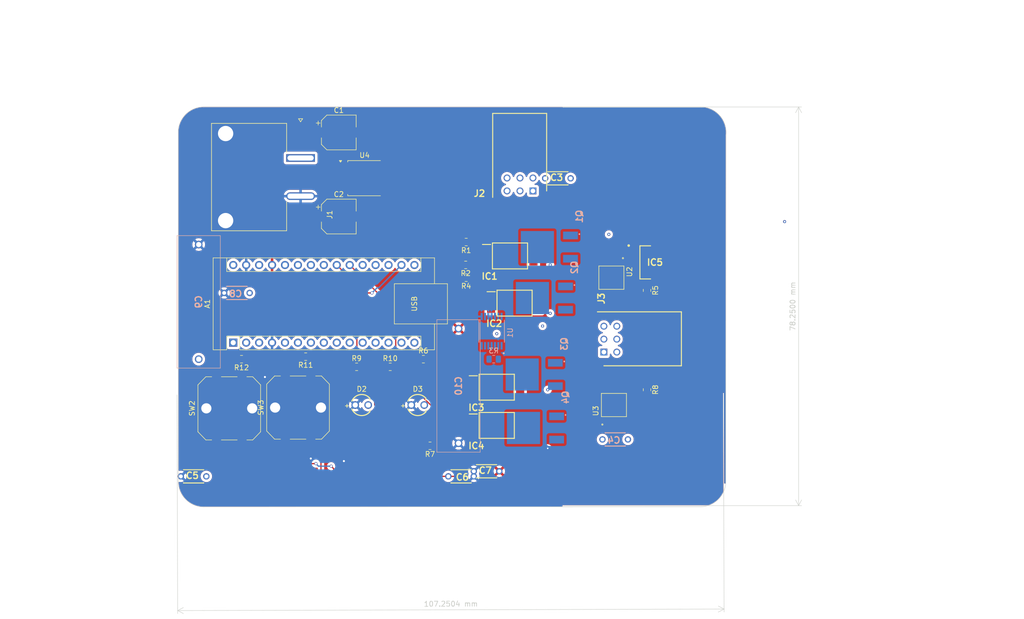
<source format=kicad_pcb>
(kicad_pcb (version 20240108) (generator "pcbnew") (generator_version "8.0")
  (title_block (date "sam. 04 avril 2015"))
  (layers (0 "F.Cu" signal) (31 "B.Cu" signal) (34 "B.Paste" user) (35 "F.Paste" user) (36 "B.SilkS" user "B.Silkscreen") (37 "F.SilkS" user "F.Silkscreen") (38 "B.Mask" user) (39 "F.Mask" user) (44 "Edge.Cuts" user))
  (net 0 "")
  (net 1 "GND")
  (net 2 "+5V")
  (net 7 "/SW_CH2")
  (net 8 "/CH1_EN_2")
  (net 10 "/SDA")
  (net 13 "/SCLK")
  (net 14 "Net-(A1-A3)")
  (net 19 "/SW_CH1")
  (net 20 "/CH2_EN_2")
  (net 22 "+3.3V")
  (net 23 "Net-(A1-A2)")
  (net 24 "/CH1_EN_1")
  (net 26 "Net-(A1-VIN)")
  (net 29 "/CH2_EN_1")
  (net 30 "Net-(U4-VI)")
  (net 31 "Net-(Q1-D)")
  (net 32 "Net-(Q1-G)")
  (net 33 "Net-(Q3-D)")
  (net 34 "Net-(Q3-G)")
  (net 35 "Net-(D2-A)")
  (net 36 "Net-(D3-A)")
  (net 37 "/CH1P_OUT")
  (net 38 "Net-(IC1-A)")
  (net 39 "/CH1P_IN")
  (net 40 "Net-(IC2-A)")
  (net 41 "/CH1N_OUT")
  (net 42 "/CH1N_IN")
  (net 43 "/CH2P_IN")
  (net 44 "/CH2P_OUT")
  (net 45 "Net-(IC3-A)")
  (net 46 "Net-(IC4-A)")
  (net 47 "/CH2N_OUT")
  (net 48 "/CH2N_IN")
  (net 49 "Net-(U1-A1)")
  (net 50 "Net-(U1-A3)")
  (net 51 "/V_REF2")
  (net 53 "/V_REF1")
  (net 59 "Net-(IC5-INPUT)")
  (footprint "EMS_lib:SOIC254P695X242-4N" (layer "F.Cu") (at 176.5 105 90)
    (property "Reference" "U3" (at -1.143945 -3.558985 90) (layer "F.SilkS") (effects (font (size 1.000843 1.000843))))
    (property "Value" "VOM1271T")
    (pad "1" smd rect (at -3.205 -1.27 90) (size 1.5 0.6) (layers "F.Cu" "F.Paste" "F.Mask") (net 51 "/V_REF2"))
    (pad "2" smd rect (at -3.205 1.27 90) (size 1.5 0.6) (layers "F.Cu" "F.Paste" "F.Mask") (net 1 "GND"))
    (pad "3" smd rect (at 3.205 1.27 90) (size 1.5 0.6) (layers "F.Cu" "F.Paste" "F.Mask") (net 33 "Net-(Q3-D)"))
    (pad "4" smd rect (at 3.205 -1.27 90) (size 1.5 0.6) (layers "F.Cu" "F.Paste" "F.Mask") (net 34 "Net-(Q3-G)"))
  )
  (footprint "EMS_lib:5-103166-1" (layer "F.Cu") (at 160.604 62.9725)
    (property "Reference" "J2" (at -10.5 0.5 0) (layer "F.SilkS") (effects (font (size 1.27 1.27) (thickness 0.254))))
    (property "Value" "5-103166-1" (hide yes))
    (pad "1" thru_hole rect (at 0 0) (size 1.35 1.35) (drill 0.9) (layers "*.Cu" "*.Mask") (net 39 "/CH1P_IN"))
    (pad "2" thru_hole circle (at 0 -2.54) (size 1.35 1.35) (drill 0.9) (layers "*.Cu" "*.Mask") (net 42 "/CH1N_IN"))
    (pad "3" thru_hole circle (at -2.54 0) (size 1.35 1.35) (drill 0.9) (layers "*.Cu" "*.Mask"))
    (pad "4" thru_hole circle (at -2.54 -2.54) (size 1.35 1.35) (drill 0.9) (layers "*.Cu" "*.Mask"))
    (pad "5" thru_hole circle (at -5.08 0) (size 1.35 1.35) (drill 0.9) (layers "*.Cu" "*.Mask") (net 43 "/CH2P_IN"))
    (pad "6" thru_hole circle (at -5.08 -2.54) (size 1.35 1.35) (drill 0.9) (layers "*.Cu" "*.Mask") (net 48 "/CH2N_IN"))
  )
  (footprint "EMS_lib:K104K15X7RF53H5" (layer "F.Cu") (at 165.5 60.5)
    (property "Reference" "C3" (at -0.245 -0.159 0) (layer "F.SilkS") (effects (font (size 1.27 1.27) (thickness 0.254))))
    (property "Value" "100n" (hide yes))
    (pad "1" thru_hole circle (at -2.5 0) (size 1.25 1.25) (drill 0.75) (layers "*.Cu" "*.Mask") (net 32 "Net-(Q1-G)"))
    (pad "2" thru_hole circle (at 2.5 0) (size 1.25 1.25) (drill 0.75) (layers "*.Cu" "*.Mask") (net 31 "Net-(Q1-D)"))
  )
  (footprint "EMS_lib:MOLEX_1720430202" (layer "F.Cu") (at 115 56.51 90)
    (property "Reference" "J1" (at -11.12 5.715 90) (layer "F.SilkS"))
    (property "Value" "1720430202")
    (pad "" np_thru_hole circle (at -12.29 -14.715 90) (size 3 3) (drill 3) (layers "*.Cu" "*.Mask"))
    (pad "" np_thru_hole circle (at 4.8 -14.715 90) (size 3 3) (drill 3) (layers "*.Cu" "*.Mask"))
    (pad "1" thru_hole rect (at 0 0 90) (size 1.5 5.65) (drill oval 1 5.15) (layers "*.Cu" "*.Mask") (net 59 "Net-(IC5-INPUT)"))
    (pad "2" thru_hole oval (at -7.49 0 90) (size 1.5 5.65) (drill oval 1 5.15) (layers "*.Cu" "*.Mask") (net 1 "GND"))
  )
  (footprint "EMS_lib:SOIC254P695X242-4N" (layer "F.Cu") (at 176 80 -90)
    (property "Reference" "U2" (at -1.143945 -3.558985 90) (layer "F.SilkS") (effects (font (size 1.000843 1.000843))))
    (property "Value" "VOM1271T")
    (pad "1" smd rect (at -3.205 -1.27 270) (size 1.5 0.6) (layers "F.Cu" "F.Paste" "F.Mask") (net 53 "/V_REF1"))
    (pad "2" smd rect (at -3.205 1.27 270) (size 1.5 0.6) (layers "F.Cu" "F.Paste" "F.Mask") (net 1 "GND"))
    (pad "3" smd rect (at 3.205 1.27 270) (size 1.5 0.6) (layers "F.Cu" "F.Paste" "F.Mask") (net 31 "Net-(Q1-D)"))
    (pad "4" smd rect (at 3.205 -1.27 270) (size 1.5 0.6) (layers "F.Cu" "F.Paste" "F.Mask") (net 32 "Net-(Q1-G)"))
  )
  (footprint "Capacitor_SMD:CP_Elec_6.3x3" (layer "F.Cu") (at 122.5 51.5)
    (property "Reference" "C1" (at 0 -4.35 0) (layer "F.SilkS"))
    (property "Value" ".01u")
    (pad "1" smd roundrect (at -2.7 0) (size 3.5 1.6) (layers "F.Cu" "F.Paste" "F.Mask") (roundrect_rratio 0.15625) (net 59 "Net-(IC5-INPUT)"))
    (pad "2" smd roundrect (at 2.7 0) (size 3.5 1.6) (layers "F.Cu" "F.Paste" "F.Mask") (roundrect_rratio 0.15625) (net 1 "GND"))
  )
  (footprint "Capacitor_SMD:CP_Elec_6.3x3" (layer "F.Cu") (at 122.5 68)
    (property "Reference" "C2" (at 0 -4.35 0) (layer "F.SilkS"))
    (property "Value" ".01u")
    (pad "1" smd roundrect (at -2.7 0) (size 3.5 1.6) (layers "F.Cu" "F.Paste" "F.Mask") (roundrect_rratio 0.15625) (net 26 "Net-(A1-VIN)"))
    (pad "2" smd roundrect (at 2.7 0) (size 3.5 1.6) (layers "F.Cu" "F.Paste" "F.Mask") (roundrect_rratio 0.15625) (net 1 "GND"))
  )
  (footprint "Resistor_SMD:R_0805_2012Metric" (layer "F.Cu") (at 147.405 77.5 180)
    (property "Reference" "R2" (at 0 -1.65 180) (layer "F.SilkS"))
    (property "Value" "220")
    (pad "1" smd roundrect (at -0.9125 0 180) (size 1.025 1.4) (layers "F.Cu" "F.Paste" "F.Mask") (roundrect_rratio 0.243902) (net 40 "Net-(IC2-A)"))
    (pad "2" smd roundrect (at 0.9125 0 180) (size 1.025 1.4) (layers "F.Cu" "F.Paste" "F.Mask") (roundrect_rratio 0.243902) (net 8 "/CH1_EN_2"))
  )
  (footprint "EMS_lib:K104K15X7RF53H5" (layer "F.Cu") (at 94 119)
    (property "Reference" "C5" (at -0.245 -0.159 0) (layer "F.SilkS") (effects (font (size 1.27 1.27) (thickness 0.254))))
    (property "Value" "100n" (hide yes))
    (pad "1" thru_hole circle (at -2.5 0) (size 1.25 1.25) (drill 0.75) (layers "*.Cu" "*.Mask") (net 1 "GND"))
    (pad "2" thru_hole circle (at 2.5 0) (size 1.25 1.25) (drill 0.75) (layers "*.Cu" "*.Mask") (net 7 "/SW_CH2"))
  )
  (footprint "EMS_lib:WL-TMRC_3MM" (layer "F.Cu") (at 138 105)
    (property "Reference" "D3" (at 0 -3.135 0) (layer "F.SilkS"))
    (property "Value" "LED")
    (fp_text user "+" (at -2.9 0.1 0) (layer "F.SilkS") (effects (font (size 0.8 0.8))))
    (pad "1" thru_hole circle (at -1.27 0) (size 1.508 1.508) (drill 1) (layers "*.Cu" "*.Mask") (net 1 "GND"))
    (pad "2" thru_hole circle (at 1.27 0) (size 1.508 1.508) (drill 1) (layers "*.Cu" "*.Mask") (net 36 "Net-(D3-A)"))
  )
  (footprint "Resistor_SMD:R_0805_2012Metric" (layer "F.Cu") (at 147.5 80 180)
    (property "Reference" "R4" (at 0 -1.65 180) (layer "F.SilkS"))
    (property "Value" "1K")
    (pad "1" smd roundrect (at -0.9125 0 180) (size 1.025 1.4) (layers "F.Cu" "F.Paste" "F.Mask") (roundrect_rratio 0.243902) (net 2 "+5V"))
    (pad "2" smd roundrect (at 0.9125 0 180) (size 1.025 1.4) (layers "F.Cu" "F.Paste" "F.Mask") (roundrect_rratio 0.243902) (net 50 "Net-(U1-A3)"))
  )
  (footprint "Resistor_SMD:R_0805_2012Metric" (layer "F.Cu") (at 183 102 -90)
    (property "Reference" "R8" (at 0 -1.65 -90) (layer "F.SilkS"))
    (property "Value" "1.5M")
    (pad "1" smd roundrect (at -0.9125 0 270) (size 1.025 1.4) (layers "F.Cu" "F.Paste" "F.Mask") (roundrect_rratio 0.243902) (net 34 "Net-(Q3-G)"))
    (pad "2" smd roundrect (at 0.9125 0 270) (size 1.025 1.4) (layers "F.Cu" "F.Paste" "F.Mask") (roundrect_rratio 0.243902) (net 33 "Net-(Q3-D)"))
  )
  (footprint "Resistor_SMD:R_0805_2012Metric" (layer "F.Cu") (at 183 82.5 -90)
    (property "Reference" "R5" (at 0 -1.65 -90) (layer "F.SilkS"))
    (property "Value" "1.5M")
    (pad "1" smd roundrect (at -0.9125 0 270) (size 1.025 1.4) (layers "F.Cu" "F.Paste" "F.Mask") (roundrect_rratio 0.243902) (net 32 "Net-(Q1-G)"))
    (pad "2" smd roundrect (at 0.9125 0 270) (size 1.025 1.4) (layers "F.Cu" "F.Paste" "F.Mask") (roundrect_rratio 0.243902) (net 31 "Net-(Q1-D)"))
  )
  (footprint "Resistor_SMD:R_0805_2012Metric" (layer "F.Cu") (at 140.405 113 180)
    (property "Reference" "R7" (at 0 -1.65 180) (layer "F.SilkS"))
    (property "Value" "220")
    (pad "1" smd roundrect (at -0.9125 0 180) (size 1.025 1.4) (layers "F.Cu" "F.Paste" "F.Mask") (roundrect_rratio 0.243902) (net 46 "Net-(IC4-A)"))
    (pad "2" smd roundrect (at 0.9125 0 180) (size 1.025 1.4) (layers "F.Cu" "F.Paste" "F.Mask") (roundrect_rratio 0.243902) (net 20 "/CH2_EN_2"))
  )
  (footprint "Button_Switch_SMD:SW_Push_1P1T_NO_CK_PTS125Sx43PSMTR" (layer "F.Cu") (at 114.5 105.5 90)
    (property "Reference" "SW3" (at 0 -7.3 90) (layer "F.SilkS"))
    (property "Value" "SW_Push")
    (pad "" np_thru_hole circle (at 0 -4.5 90) (size 2 2) (drill 2) (layers "*.Cu" "*.Mask"))
    (pad "" np_thru_hole circle (at 0 4.5 90) (size 2 2) (drill 2) (layers "*.Cu" "*.Mask"))
    (pad "1" smd rect (at -7.15 -2.5 90) (size 2 1.5) (layers "F.Cu" "F.Paste" "F.Mask") (net 1 "GND"))
    (pad "1" smd rect (at 7.15 -2.5 90) (size 2 1.5) (layers "F.Cu" "F.Paste" "F.Mask") (net 1 "GND"))
    (pad "2" smd rect (at -7.15 2.5 90) (size 2 1.5) (layers "F.Cu" "F.Paste" "F.Mask") (net 7 "/SW_CH2"))
    (pad "2" smd rect (at 7.15 2.5 90) (size 2 1.5) (layers "F.Cu" "F.Paste" "F.Mask") (net 7 "/SW_CH2"))
  )
  (footprint "Resistor_SMD:R_0805_2012Metric" (layer "F.Cu") (at 126 97.5)
    (property "Reference" "R9" (at 0 -1.65 0) (layer "F.SilkS"))
    (property "Value" "1K")
    (pad "1" smd roundrect (at -0.9125 0) (size 1.025 1.4) (layers "F.Cu" "F.Paste" "F.Mask") (roundrect_rratio 0.243902) (net 35 "Net-(D2-A)"))
    (pad "2" smd roundrect (at 0.9125 0) (size 1.025 1.4) (layers "F.Cu" "F.Paste" "F.Mask") (roundrect_rratio 0.243902) (net 14 "Net-(A1-A3)"))
  )
  (footprint "Resistor_SMD:R_0805_2012Metric" (layer "F.Cu") (at 139.1 96)
    (property "Reference" "R6" (at 0 -1.65 0) (layer "F.SilkS"))
    (property "Value" "220")
    (pad "1" smd roundrect (at -0.9125 0) (size 1.025 1.4) (layers "F.Cu" "F.Paste" "F.Mask") (roundrect_rratio 0.243902) (net 45 "Net-(IC3-A)"))
    (pad "2" smd roundrect (at 0.9125 0) (size 1.025 1.4) (layers "F.Cu" "F.Paste" "F.Mask") (roundrect_rratio 0.243902) (net 29 "/CH2_EN_1"))
  )
  (footprint "Button_Switch_SMD:SW_Push_1P1T_NO_CK_PTS125Sx43PSMTR" (layer "F.Cu") (at 101 105.65 90)
    (property "Reference" "SW2" (at 0 -7.3 90) (layer "F.SilkS"))
    (property "Value" "SW_Push")
    (pad "" np_thru_hole circle (at 0 -4.5 90) (size 2 2) (drill 2) (layers "*.Cu" "*.Mask"))
    (pad "" np_thru_hole circle (at 0 4.5 90) (size 2 2) (drill 2) (layers "*.Cu" "*.Mask"))
    (pad "1" smd rect (at -7.15 -2.5 90) (size 2 1.5) (layers "F.Cu" "F.Paste" "F.Mask") (net 1 "GND"))
    (pad "1" smd rect (at 7.15 -2.5 90) (size 2 1.5) (layers "F.Cu" "F.Paste" "F.Mask") (net 1 "GND"))
    (pad "2" smd rect (at -7.15 2.5 90) (size 2 1.5) (layers "F.Cu" "F.Paste" "F.Mask") (net 19 "/SW_CH1"))
    (pad "2" smd rect (at 7.15 2.5 90) (size 2 1.5) (layers "F.Cu" "F.Paste" "F.Mask") (net 19 "/SW_CH1"))
  )
  (footprint "Module:Arduino_Nano" (layer "F.Cu") (at 101.78 92.755 90)
    (property "Reference" "A1" (at 7.62 -5.08 90) (layer "F.SilkS"))
    (property "Value" "Arduino_Nano_v3.x")
    (fp_text user "USB" (at 7.62 35.56 90) (layer "F.SilkS"))
    (pad "1" thru_hole rect (at 0 0 90) (size 1.6 1.6) (drill 1) (layers "*.Cu" "*.Mask"))
    (pad "2" thru_hole oval (at 0 2.54 90) (size 1.6 1.6) (drill 1) (layers "*.Cu" "*.Mask"))
    (pad "3" thru_hole oval (at 0 5.08 90) (size 1.6 1.6) (drill 1) (layers "*.Cu" "*.Mask"))
    (pad "4" thru_hole oval (at 0 7.62 90) (size 1.6 1.6) (drill 1) (layers "*.Cu" "*.Mask") (net 1 "GND"))
    (pad "5" thru_hole oval (at 0 10.16 90) (size 1.6 1.6) (drill 1) (layers "*.Cu" "*.Mask"))
    (pad "6" thru_hole oval (at 0 12.7 90) (size 1.6 1.6) (drill 1) (layers "*.Cu" "*.Mask"))
    (pad "7" thru_hole oval (at 0 15.24 90) (size 1.6 1.6) (drill 1) (layers "*.Cu" "*.Mask") (net 24 "/CH1_EN_1"))
    (pad "8" thru_hole oval (at 0 17.78 90) (size 1.6 1.6) (drill 1) (layers "*.Cu" "*.Mask") (net 8 "/CH1_EN_2"))
    (pad "9" thru_hole oval (at 0 20.32 90) (size 1.6 1.6) (drill 1) (layers "*.Cu" "*.Mask") (net 29 "/CH2_EN_1"))
    (pad "10" thru_hole oval (at 0 22.86 90) (size 1.6 1.6) (drill 1) (layers "*.Cu" "*.Mask") (net 20 "/CH2_EN_2"))
    (pad "11" thru_hole oval (at 0 25.4 90) (size 1.6 1.6) (drill 1) (layers "*.Cu" "*.Mask") (net 19 "/SW_CH1"))
    (pad "12" thru_hole oval (at 0 27.94 90) (size 1.6 1.6) (drill 1) (layers "*.Cu" "*.Mask") (net 7 "/SW_CH2"))
    (pad "13" thru_hole oval (at 0 30.48 90) (size 1.6 1.6) (drill 1) (layers "*.Cu" "*.Mask"))
    (pad "14" thru_hole oval (at 0 33.02 90) (size 1.6 1.6) (drill 1) (layers "*.Cu" "*.Mask"))
    (pad "15" thru_hole oval (at 0 35.56 90) (size 1.6 1.6) (drill 1) (layers "*.Cu" "*.Mask"))
    (pad "16" thru_hole oval (at 15.24 35.56 90) (size 1.6 1.6) (drill 1) (layers "*.Cu" "*.Mask"))
    (pad "17" thru_hole oval (at 15.24 33.02 90) (size 1.6 1.6) (drill 1) (layers "*.Cu" "*.Mask") (net 22 "+3.3V"))
    (pad "18" thru_hole oval (at 15.24 30.48 90) (size 1.6 1.6) (drill 1) (layers "*.Cu" "*.Mask"))
    (pad "19" thru_hole oval (at 15.24 27.94 90) (size 1.6 1.6) (drill 1) (layers "*.Cu" "*.Mask"))
    (pad "20" thru_hole oval (at 15.24 25.4 90) (size 1.6 1.6) (drill 1) (layers "*.Cu" "*.Mask"))
    (pad "21" thru_hole oval (at 15.24 22.86 90) (size 1.6 1.6) (drill 1) (layers "*.Cu" "*.Mask") (net 23 "Net-(A1-A2)"))
    (pad "22" thru_hole oval (at 15.24 20.32 90) (size 1.6 1.6) (drill 1) (layers "*.Cu" "*.Mask") (net 14 "Net-(A1-A3)"))
    (pad "23" thru_hole oval (at 15.24 17.78 90) (size 1.6 1.6) (drill 1) (layers "*.Cu" "*.Mask") (net 10 "/SDA"))
    (pad "24" thru_hole oval (at 15.24 15.24 90) (size 1.6 1.6) (drill 1) (layers "*.Cu" "*.Mask") (net 13 "/SCLK"))
    (pad "25" thru_hole oval (at 15.24 12.7 90) (size 1.6 1.6) (drill 1) (layers "*.Cu" "*.Mask"))
    (pad "26" thru_hole oval (at 15.24 10.16 90) (size 1.6 1.6) (drill 1) (layers "*.Cu" "*.Mask"))
    (pad "27" thru_hole oval (at 15.24 7.62 90) (size 1.6 1.6) (drill 1) (layers "*.Cu" "*.Mask") (net 2 "+5V"))
    (pad "28" thru_hole oval (at 15.24 5.08 90) (size 1.6 1.6) (drill 1) (layers "*.Cu" "*.Mask"))
    (pad "29" thru_hole oval (at 15.24 2.54 90) (size 1.6 1.6) (drill 1) (layers "*.Cu" "*.Mask") (net 1 "GND"))
    (pad "30" thru_hole oval (at 15.24 0 90) (size 1.6 1.6) (drill 1) (layers "*.Cu" "*.Mask") (net 26 "Net-(A1-VIN)"))
  )
  (footprint "Resistor_SMD:R_0805_2012Metric" (layer "F.Cu") (at 103.405 96 180)
    (property "Reference" "R12" (at 0 -1.65 180) (layer "F.SilkS"))
    (property "Value" "1k")
    (pad "1" smd roundrect (at -0.9125 0 180) (size 1.025 1.4) (layers "F.Cu" "F.Paste" "F.Mask") (roundrect_rratio 0.243902) (net 19 "/SW_CH1"))
    (pad "2" smd roundrect (at 0.9125 0 180) (size 1.025 1.4) (layers "F.Cu" "F.Paste" "F.Mask") (roundrect_rratio 0.243902) (net 2 "+5V"))
  )
  (footprint "EMS_lib:5-103166-1" (layer "F.Cu") (at 174.5275 94.604 -90)
    (property "Reference" "J3" (at -10.5 0.5 90) (layer "F.SilkS") (effects (font (size 1.27 1.27) (thickness 0.254))))
    (property "Value" "5-103166-1" (hide yes))
    (pad "1" thru_hole rect (at 0 0 270) (size 1.35 1.35) (drill 0.9) (layers "*.Cu" "*.Mask") (net 37 "/CH1P_OUT"))
    (pad "2" thru_hole circle (at 0 -2.54 270) (size 1.35 1.35) (drill 0.9) (layers "*.Cu" "*.Mask") (net 41 "/CH1N_OUT"))
    (pad "3" thru_hole circle (at -2.54 0 270) (size 1.35 1.35) (drill 0.9) (layers "*.Cu" "*.Mask"))
    (pad "4" thru_hole circle (at -2.54 -2.54 270) (size 1.35 1.35) (drill 0.9) (layers "*.Cu" "*.Mask"))
    (pad "5" thru_hole circle (at -5.08 0 270) (size 1.35 1.35) (drill 0.9) (layers "*.Cu" "*.Mask") (net 44 "/CH2P_OUT"))
    (pad "6" thru_hole circle (at -5.08 -2.54 270) (size 1.35 1.35) (drill 0.9) (layers "*.Cu" "*.Mask") (net 47 "/CH2N_OUT"))
  )
  (footprint "EMS_lib:K104K15X7RF53H5" (layer "F.Cu") (at 146.5 119 180)
    (property "Reference" "C6" (at -0.245 -0.159 180) (layer "F.SilkS") (effects (font (size 1.27 1.27) (thickness 0.254))))
    (property "Value" "100n" (hide yes))
    (pad "1" thru_hole circle (at -2.5 0 180) (size 1.25 1.25) (drill 0.75) (layers "*.Cu" "*.Mask") (net 1 "GND"))
    (pad "2" thru_hole circle (at 2.5 0 180) (size 1.25 1.25) (drill 0.75) (layers "*.Cu" "*.Mask") (net 19 "/SW_CH1"))
  )
  (footprint "EMS_lib:SOP254P980X425-4N" (layer "F.Cu") (at 156.1 75.73)
    (property "Reference" "IC1" (at -4 4 0) (layer "F.SilkS") (effects (font (size 1.27 1.27) (thickness 0.254))))
    (property "Value" "LH1546ADF" (hide yes))
    (pad "1" smd rect (at -4.6 -1.27 90) (size 1.25 1.6) (layers "F.Cu" "F.Paste" "F.Mask") (net 38 "Net-(IC1-A)"))
    (pad "2" smd rect (at -4.6 1.27 90) (size 1.25 1.6) (layers "F.Cu" "F.Paste" "F.Mask") (net 1 "GND"))
    (pad "3" smd rect (at 4.6 1.27 90) (size 1.25 1.6) (layers "F.Cu" "F.Paste" "F.Mask") (net 39 "/CH1P_IN"))
    (pad "4" smd rect (at 4.6 -1.27 90) (size 1.25 1.6) (layers "F.Cu" "F.Paste" "F.Mask") (net 37 "/CH1P_OUT"))
  )
  (footprint "EMS_lib:SOP254P980X425-4N" (layer "F.Cu") (at 157 85)
    (property "Reference" "IC2" (at -4 4 0) (layer "F.SilkS") (effects (font (size 1.27 1.27) (thickness 0.254))))
    (property "Value" "LH1546ADF" (hide yes))
    (pad "1" smd rect (at -4.6 -1.27 90) (size 1.25 1.6) (layers "F.Cu" "F.Paste" "F.Mask") (net 40 "Net-(IC2-A)"))
    (pad "2" smd rect (at -4.6 1.27 90) (size 1.25 1.6) (layers "F.Cu" "F.Paste" "F.Mask") (net 1 "GND"))
    (pad "3" smd rect (at 4.6 1.27 90) (size 1.25 1.6) (layers "F.Cu" "F.Paste" "F.Mask") (net 41 "/CH1N_OUT"))
    (pad "4" smd rect (at 4.6 -1.27 90) (size 1.25 1.6) (layers "F.Cu" "F.Paste" "F.Mask") (net 42 "/CH1N_IN"))
  )
  (footprint "EMS_lib:SOP254P980X425-4N" (layer "F.Cu") (at 153.5 101.5)
    (property "Reference" "IC3" (at -4 4 0) (layer "F.SilkS") (effects (font (size 1.27 1.27) (thickness 0.254))))
    (property "Value" "LH1546ADF" (hide yes))
    (pad "1" smd rect (at -4.6 -1.27 90) (size 1.25 1.6) (layers "F.Cu" "F.Paste" "F.Mask") (net 45 "Net-(IC3-A)"))
    (pad "2" smd rect (at -4.6 1.27 90) (size 1.25 1.6) (layers "F.Cu" "F.Paste" "F.Mask") (net 1 "GND"))
    (pad "3" smd rect (at 4.6 1.27 90) (size 1.25 1.6) (layers "F.Cu" "F.Paste" "F.Mask") (net 43 "/CH2P_IN"))
    (pad "4" smd rect (at 4.6 -1.27 90) (size 1.25 1.6) (layers "F.Cu" "F.Paste" "F.Mask") (net 44 "/CH2P_OUT"))
  )
  (footprint "EMS_lib:SOP254P980X425-4N" (layer "F.Cu") (at 153.5 109)
    (property "Reference" "IC4" (at -4 4 0) (layer "F.SilkS") (effects (font (size 1.27 1.27) (thickness 0.254))))
    (property "Value" "LH1546ADF" (hide yes))
    (pad "1" smd rect (at -4.6 -1.27 90) (size 1.25 1.6) (layers "F.Cu" "F.Paste" "F.Mask") (net 46 "Net-(IC4-A)"))
    (pad "2" smd rect (at -4.6 1.27 90) (size 1.25 1.6) (layers "F.Cu" "F.Paste" "F.Mask") (net 1 "GND"))
    (pad "3" smd rect (at 4.6 1.27 90) (size 1.25 1.6) (layers "F.Cu" "F.Paste" "F.Mask") (net 47 "/CH2N_OUT"))
    (pad "4" smd rect (at 4.6 -1.27 90) (size 1.25 1.6) (layers "F.Cu" "F.Paste" "F.Mask") (net 48 "/CH2N_IN"))
  )
  (footprint "Resistor_SMD:R_0805_2012Metric" (layer "F.Cu") (at 132.595 97.5)
    (property "Reference" "R10" (at 0 -1.65 0) (layer "F.SilkS"))
    (property "Value" "1K")
    (pad "1" smd roundrect (at -0.9125 0) (size 1.025 1.4) (layers "F.Cu" "F.Paste" "F.Mask") (roundrect_rratio 0.243902) (net 36 "Net-(D3-A)"))
    (pad "2" smd roundrect (at 0.9125 0) (size 1.025 1.4) (layers "F.Cu" "F.Paste" "F.Mask") (roundrect_rratio 0.243902) (net 23 "Net-(A1-A2)"))
  )
  (footprint "EMS_lib:WL-TMRC_3MM" (layer "F.Cu") (at 127 105)
    (property "Reference" "D2" (at 0 -3.135 0) (layer "F.SilkS"))
    (property "Value" "LED")
    (fp_text user "+" (at -2.9 0.1 0) (layer "F.SilkS") (effects (font (size 0.8 0.8))))
    (pad "1" thru_hole circle (at -1.27 0) (size 1.508 1.508) (drill 1) (layers "*.Cu" "*.Mask") (net 1 "GND"))
    (pad "2" thru_hole circle (at 1.27 0) (size 1.508 1.508) (drill 1) (layers "*.Cu" "*.Mask") (net 35 "Net-(D2-A)"))
  )
  (footprint "EMS_lib:TO228P972X240-3N" (layer "F.Cu") (at 184.55 77)
    (property "Reference" "IC5" (at 0 0 0) (layer "F.SilkS") (effects (font (size 1.27 1.27) (thickness 0.254))))
    (property "Value" "KF33BDT-TR" (hide yes))
    (pad "1" smd rect (at -4.35 -2.28 90) (size 1 2.1) (layers "F.Cu" "F.Paste" "F.Mask") (net 59 "Net-(IC5-INPUT)"))
    (pad "3" smd rect (at -4.35 2.28 90) (size 1 2.1) (layers "F.Cu" "F.Paste" "F.Mask") (net 26 "Net-(A1-VIN)"))
    (pad "4" smd rect (at 2.45 0 90) (size 4.9 5.85) (layers "F.Cu" "F.Paste" "F.Mask") (net 1 "GND"))
  )
  (footprint "Resistor_SMD:R_0805_2012Metric" (layer "F.Cu") (at 116 95.5 180)
    (property "Reference" "R11" (at 0 -1.65 180) (layer "F.SilkS"))
    (property "Value" "1k")
    (pad "1" smd roundrect (at -0.9125 0 180) (size 1.025 1.4) (layers "F.Cu" "F.Paste" "F.Mask") (roundrect_rratio 0.243902) (net 7 "/SW_CH2"))
    (pad "2" smd roundrect (at 0.9125 0 180) (size 1.025 1.4) (layers "F.Cu" "F.Paste" "F.Mask") (roundrect_rratio 0.243902) (net 2 "+5V"))
  )
  (footprint "EMS_lib:K104K15X7RF53H5" (layer "F.Cu") (at 151.5 118)
    (property "Reference" "C7" (at -0.245 -0.159 0) (layer "F.SilkS") (effects (font (size 1.27 1.27) (thickness 0.254))))
    (property "Value" "100n" (hide yes))
    (pad "1" thru_hole circle (at -2.5 0) (size 1.25 1.25) (drill 0.75) (layers "*.Cu" "*.Mask") (net 1 "GND"))
    (pad "2" thru_hole circle (at 2.5 0) (size 1.25 1.25) (drill 0.75) (layers "*.Cu" "*.Mask") (net 2 "+5V"))
  )
  (footprint "Package_TO_SOT_SMD:TO-252-2" (layer "F.Cu") (at 127.565 60.475)
    (property "Reference" "U4" (at 0 -4.5 0) (layer "F.SilkS"))
    (property "Value" "KF80BDT")
    (pad "1" smd roundrect (at -5.04 -2.28) (size 2.2 1.2) (layers "F.Cu" "F.Paste" "F.Mask") (roundrect_rratio 0.208333) (net 30 "Net-(U4-VI)"))
    (pad "2" smd roundrect (at -0.415 -1.525) (size 3.05 2.75) (layers "F.Cu" "F.Paste") (roundrect_rratio 0.090909) (net 1 "GND"))
    (pad "2" smd roundrect (at -0.415 1.525) (size 3.05 2.75) (layers "F.Cu" "F.Paste") (roundrect_rratio 0.090909) (net 1 "GND"))
    (pad "2" smd roundrect (at 1.26 0) (size 6.4 5.8) (layers "F.Cu" "F.Mask") (roundrect_rratio 0.043103) (net 1 "GND"))
    (pad "2" smd roundrect (at 2.935 -1.525) (size 3.05 2.75) (layers "F.Cu" "F.Paste") (roundrect_rratio 0.090909) (net 1 "GND"))
    (pad "2" smd roundrect (at 2.935 1.525) (size 3.05 2.75) (layers "F.Cu" "F.Paste") (roundrect_rratio 0.090909) (net 1 "GND"))
    (pad "3" smd roundrect (at -5.04 2.28) (size 2.2 1.2) (layers "F.Cu" "F.Paste" "F.Mask") (roundrect_rratio 0.208333) (net 26 "Net-(A1-VIN)"))
  )
  (footprint "Resistor_SMD:R_0805_2012Metric" (layer "F.Cu") (at 147.5 73 180)
    (property "Reference" "R1" (at 0 -1.65 180) (layer "F.SilkS"))
    (property "Value" "220")
    (pad "1" smd roundrect (at -0.9125 0 180) (size 1.025 1.4) (layers "F.Cu" "F.Paste" "F.Mask") (roundrect_rratio 0.243902) (net 38 "Net-(IC1-A)"))
    (pad "2" smd roundrect (at 0.9125 0 180) (size 1.025 1.4) (layers "F.Cu" "F.Paste" "F.Mask") (roundrect_rratio 0.243902) (net 24 "/CH1_EN_1"))
  )
  (footprint "EMS_lib:SOP65P640X120-14N" (layer "B.Cu") (at 152.5 90.5 90)
    (property "Reference" "U1" (at -0.325 3.635 90) (layer "B.SilkS") (effects (justify mirror)))
    (property "Value" "AD5252BRUZ10-RL7")
    (pad "1" smd roundrect (at -2.87 1.95 90) (size 1.47 0.41) (layers "B.Cu" "B.Paste" "B.Mask") (roundrect_rratio 0.125) (net 2 "+5V"))
    (pad "2" smd roundrect (at -2.87 1.3 90) (size 1.47 0.41) (layers "B.Cu" "B.Paste" "B.Mask") (roundrect_rratio 0.125) (net 1 "GND"))
    (pad "3" smd roundrect (at -2.87 0.65 90) (size 1.47 0.41) (layers "B.Cu" "B.Paste" "B.Mask") (roundrect_rratio 0.125) (net 2 "+5V"))
    (pad "4" smd roundrect (at -2.87 0 90) (size 1.47 0.41) (layers "B.Cu" "B.Paste" "B.Mask") (roundrect_rratio 0.125) (net 53 "/V_REF1"))
    (pad "5" smd roundrect (at -2.87 -0.65 90) (size 1.47 0.41) (layers "B.Cu" "B.Paste" "B.Mask") (roundrect_rratio 0.125))
    (pad "6" smd roundrect (at -2.87 -1.3 90) (size 1.47 0.41) (layers "B.Cu" "B.Paste" "B.Mask") (roundrect_rratio 0.125) (net 49 "Net-(U1-A1)"))
    (pad "7" smd roundrect (at -2.87 -1.95 90) (size 1.47 0.41) (layers "B.Cu" "B.Paste" "B.Mask") (roundrect_rratio 0.125) (net 10 "/SDA"))
    (pad "8" smd roundrect (at 2.87 -1.95 90) (size 1.47 0.41) (layers "B.Cu" "B.Paste" "B.Mask") (roundrect_rratio 0.125) (net 1 "GND"))
    (pad "9" smd roundrect (at 2.87 -1.3 90) (size 1.47 0.41) (layers "B.Cu" "B.Paste" "B.Mask") (roundrect_rratio 0.125) (net 13 "/SCLK"))
    (pad "10" smd roundrect (at 2.87 -0.65 90) (size 1.47 0.41) (layers "B.Cu" "B.Paste" "B.Mask") (roundrect_rratio 0.125) (net 1 "GND"))
    (pad "11" smd roundrect (at 2.87 0 90) (size 1.47 0.41) (layers "B.Cu" "B.Paste" "B.Mask") (roundrect_rratio 0.125) (net 1 "GND"))
    (pad "12" smd roundrect (at 2.87 0.65 90) (size 1.47 0.41) (layers "B.Cu" "B.Paste" "B.Mask") (roundrect_rratio 0.125) (net 50 "Net-(U1-A3)"))
    (pad "13" smd roundrect (at 2.87 1.3 90) (size 1.47 0.41) (layers "B.Cu" "B.Paste" "B.Mask") (roundrect_rratio 0.125))
    (pad "14" smd roundrect (at 2.87 1.95 90) (size 1.47 0.41) (layers "B.Cu" "B.Paste" "B.Mask") (roundrect_rratio 0.125) (net 51 "/V_REF2"))
  )
  (footprint "EMS_lib:ECQE4105KF" (layer "B.Cu") (at 146 90 -90)
    (property "Reference" "C10" (at 11.25 0 -90) (layer "B.SilkS") (effects (font (size 1.27 1.27) (thickness 0.254)) (justify mirror)))
    (property "Value" "1u" (hide yes))
    (pad "1" thru_hole circle (at 0 0 270) (size 1.5 1.5) (drill 1) (layers "*.Cu" "*.Mask") (net 2 "+5V"))
    (pad "2" thru_hole circle (at 22.5 0 270) (size 1.5 1.5) (drill 1) (layers "*.Cu" "*.Mask") (net 1 "GND"))
  )
  (footprint "EMS_lib:K104K15X7RF53H5" (layer "B.Cu") (at 176.75 111.75)
    (property "Reference" "C4" (at -0.245 0.159 360) (layer "B.SilkS") (effects (font (size 1.27 1.27) (thickness 0.254)) (justify mirror)))
    (property "Value" "100n" (hide yes))
    (pad "1" thru_hole circle (at -2.5 0) (size 1.25 1.25) (drill 0.75) (layers "*.Cu" "*.Mask") (net 34 "Net-(Q3-G)"))
    (pad "2" thru_hole circle (at 2.5 0) (size 1.25 1.25) (drill 0.75) (layers "*.Cu" "*.Mask") (net 33 "Net-(Q3-D)"))
  )
  (footprint "Resistor_SMD:R_0805_2012Metric" (layer "B.Cu") (at 152.905 96 180)
    (property "Reference" "R3" (at 0 1.65 180) (layer "B.SilkS") (effects (justify mirror)))
    (property "Value" "1K")
    (pad "1" smd roundrect (at -0.9125 0 180) (size 1.025 1.4) (layers "B.Cu" "B.Paste" "B.Mask") (roundrect_rratio 0.243902) (net 2 "+5V"))
    (pad "2" smd roundrect (at 0.9125 0 180) (size 1.025 1.4) (layers "B.Cu" "B.Paste" "B.Mask") (roundrect_rratio 0.243902) (net 49 "Net-(U1-A1)"))
  )
  (footprint "EMS_lib:STD25NF20" (layer "B.Cu") (at 162 109.5 -90)
    (property "Reference" "Q4" (at -6 -5 90) (layer "B.SilkS") (effects (font (size 1.27 1.27) (thickness 0.254)) (justify mirror)))
    (property "Value" "STD25NF20" (hide yes))
    (pad "1" smd rect (at -2.286 -3.25 270) (size 1.5 2.9) (layers "B.Cu" "B.Paste" "B.Mask") (net 34 "Net-(Q3-G)"))
    (pad "2" smd rect (at 0 3.25 270) (size 6.3 6.5) (layers "B.Cu" "B.Paste" "B.Mask") (net 33 "Net-(Q3-D)"))
    (pad "3" smd rect (at 2.286 -3.25 270) (size 1.5 2.9) (layers "B.Cu" "B.Paste" "B.Mask") (net 48 "/CH2N_IN"))
  )
  (footprint "EMS_lib:STD25NF20" (layer "B.Cu") (at 164.725 74 -90)
    (property "Reference" "Q1" (at -6 -5 90) (layer "B.SilkS") (effects (font (size 1.27 1.27) (thickness 0.254)) (justify mirror)))
    (property "Value" "STD25NF20" (hide yes))
    (pad "1" smd rect (at -2.286 -3.25 270) (size 1.5 2.9) (layers "B.Cu" "B.Paste" "B.Mask") (net 32 "Net-(Q1-G)"))
    (pad "2" smd rect (at 0 3.25 270) (size 6.3 6.5) (layers "B.Cu" "B.Paste" "B.Mask") (net 31 "Net-(Q1-D)"))
    (pad "3" smd rect (at 2.286 -3.25 270) (size 1.5 2.9) (layers "B.Cu" "B.Paste" "B.Mask") (net 39 "/CH1P_IN"))
  )
  (footprint "EMS_lib:STD25NF20" (layer "B.Cu") (at 161.75 99 -90)
    (property "Reference" "Q3" (at -6 -5 90) (layer "B.SilkS") (effects (font (size 1.27 1.27) (thickness 0.254)) (justify mirror)))
    (property "Value" "STD25NF20" (hide yes))
    (pad "1" smd rect (at -2.286 -3.25 270) (size 1.5 2.9) (layers "B.Cu" "B.Paste" "B.Mask") (net 34 "Net-(Q3-G)"))
    (pad "2" smd rect (at 0 3.25 270) (size 6.3 6.5) (layers "B.Cu" "B.Paste" "B.Mask") (net 33 "Net-(Q3-D)"))
    (pad "3" smd rect (at 2.286 -3.25 270) (size 1.5 2.9) (layers "B.Cu" "B.Paste" "B.Mask") (net 43 "/CH2P_IN"))
  )
  (footprint "EMS_lib:STD25NF20" (layer "B.Cu") (at 163.75 84 -90)
    (property "Reference" "Q2" (at -6 -5 90) (layer "B.SilkS") (effects (font (size 1.27 1.27) (thickness 0.254)) (justify mirror)))
    (property "Value" "STD25NF20" (hide yes))
    (pad "1" smd rect (at -2.286 -3.25 270) (size 1.5 2.9) (layers "B.Cu" "B.Paste" "B.Mask") (net 32 "Net-(Q1-G)"))
    (pad "2" smd rect (at 0 3.25 270) (size 6.3 6.5) (layers "B.Cu" "B.Paste" "B.Mask") (net 31 "Net-(Q1-D)"))
    (pad "3" smd rect (at 2.286 -3.25 270) (size 1.5 2.9) (layers "B.Cu" "B.Paste" "B.Mask") (net 42 "/CH1N_IN"))
  )
  (footprint "EMS_lib:K104K15X7RF53H5" (layer "B.Cu") (at 102.5 83)
    (property "Reference" "C8" (at -0.245 0.159 0) (layer "B.SilkS") (effects (font (size 1.27 1.27) (thickness 0.254)) (justify mirror)))
    (property "Value" "100n" (hide yes))
    (pad "1" thru_hole circle (at -2.5 0) (size 1.25 1.25) (drill 0.75) (layers "*.Cu" "*.Mask") (net 1 "GND"))
    (pad "2" thru_hole circle (at 2.5 0) (size 1.25 1.25) (drill 0.75) (layers "*.Cu" "*.Mask") (net 22 "+3.3V"))
  )
  (footprint "EMS_lib:ECQE4105KF" (layer "B.Cu") (at 95 96 90)
    (property "Reference" "C9" (at 11.25 0 90) (layer "B.SilkS") (effects (font (size 1.27 1.27) (thickness 0.254)) (justify mirror)))
    (property "Value" "1u" (hide yes))
    (pad "1" thru_hole circle (at 0 0 90) (size 1.5 1.5) (drill 1) (layers "*.Cu" "*.Mask") (net 22 "+3.3V"))
    (pad "2" thru_hole circle (at 22.5 0 90) (size 1.5 1.5) (drill 1) (layers "*.Cu" "*.Mask") (net 1 "GND"))
  )
  (gr_line (start 95.999999 46.475063) (end 193.500001 46.475063) (stroke (width 0.1)) (layer "Edge.Cuts"))
  (gr_line (start 198.5 52) (end 198.464466 119.964466) (stroke (width 0.1)) (layer "Edge.Cuts"))
  (gr_line (start 193.464466 124.964466) (end 96 125) (stroke (width 0.1)) (layer "Edge.Cuts"))
  (gr_arc (start 96 125) (mid 92.464466 123.535534) (end 91 120) (stroke (width 0.1)) (layer "Edge.Cuts"))
  (gr_arc (start 193.500001 46.475063) (mid 197.225753 48.128241) (end 198.5 52) (stroke (width 0.1)) (layer "Edge.Cuts"))
  (gr_line (start 91 120) (end 91 51) (stroke (width 0.1)) (layer "Edge.Cuts"))
  (gr_arc (start 198.464466 119.964466) (mid 197 123.5) (end 193.464466 124.964466) (stroke (width 0.1)) (layer "Edge.Cuts"))
  (gr_arc (start 91 51) (mid 92.62824 47.774248) (end 95.999999 46.475063) (stroke (width 0.1)) (layer "Edge.Cuts"))
  (dimension (type aligned) (layer "Edge.Cuts") (pts (xy 90.75 102.5) (xy 198 102.2)) (height 42.843011) (gr_text "107.2504 mm" (at 144.491623 144.042847 0.1602674967) (layer "Edge.Cuts") (effects (font (size 1 1) (thickness 0.15)))) (format (prefix "") (suffix "") (units 3) (units_format 1) (precision 4)) (style (thickness 0.1) (arrow_length 1.27) (text_position_mode 0) (extension_height 0.58642) (extension_offset 0.5) keep_text_aligned))
  (dimension (type aligned) (layer "Edge.Cuts") (pts (xy 166 124.75) (xy 166 46.5)) (height 46.75) (gr_text "78.2500 mm" (at 211.6 85.625 90) (layer "Edge.Cuts") (effects (font (size 1 1) (thickness 0.15)))) (format (prefix "") (suffix "") (units 3) (units_format 1) (precision 4)) (style (thickness 0.1) (arrow_length 1.27) (text_position_mode 0) (extension_height 0.58642) (extension_offset 0.5) keep_text_aligned))
  (segment (start 126.5 119) (end 146.5 119) (width 0.25) (layer "F.Cu") (net 1))
  (segment (start 98.5 98.5) (end 99.5 98.5) (width 0.25) (layer "F.Cu") (net 1))
  (segment (start 99.5 98.5) (end 101.5 100.5) (width 0.25) (layer "F.Cu") (net 1))
  (segment (start 108 100.5) (end 109.85 100.5) (width 0.25) (layer "F.Cu") (net 1))
  (segment (start 114.15 112.65) (end 117 115.5) (width 0.25) (layer "F.Cu") (net 1))
  (segment (start 109.85 100.5) (end 112 98.35) (width 0.25) (layer "F.Cu") (net 1))
  (segment (start 94 117.3) (end 98.5 112.8) (width 0.25) (layer "F.Cu") (net 1))
  (segment (start 123.5 116) (end 126.5 119) (width 0.25) (layer "F.Cu") (net 1))
  (segment (start 101.5 100.5) (end 108 100.5) (width 0.25) (layer "F.Cu") (net 1))
  (segment (start 112 112.65) (end 114.15 112.65) (width 0.25) (layer "F.Cu") (net 1))
  (segment (start 94 119) (end 94 117.3) (width 0.25) (layer "F.Cu") (net 1))
  (segment (start 108 100.5) (end 108 99.5) (width 0.25) (layer "F.Cu") (net 1))
  (via (at 210 69) (size 0.6) (drill 0.3) (layers "F.Cu" "B.Cu") (net 1))
  (via (at 163.5 113.5) (size 0.6) (drill 0.3) (layers "F.Cu" "B.Cu") (net 1))
  (via (at 117 115.5) (size 0.6) (drill 0.4) (layers "F.Cu" "B.Cu") (net 1))
  (via (at 123.5 116) (size 0.6) (drill 0.4) (layers "F.Cu" "B.Cu") (net 1))
  (via (at 108 99.5) (size 0.6) (drill 0.4) (layers "F.Cu" "B.Cu") (net 1))
  (via (at 164 77.5) (size 0.6) (drill 0.3) (layers "F.Cu" "B.Cu") (net 1))
  (segment (start 117 115.5) (end 121 115.5) (width 0.25) (layer "B.Cu") (net 1))
  (segment (start 121 115.5) (end 123 115.5) (width 0.25) (layer "B.Cu") (net 1))
  (segment (start 123 115.5) (end 123.5 116) (width 0.25) (layer "B.Cu") (net 1))
  (segment (start 119 114.65) (end 117 112.65) (width 0.25) (layer "F.Cu") (net 7))
  (segment (start 117 96.5) (end 116 95.5) (width 0.25) (layer "F.Cu") (net 7))
  (segment (start 119 119) (end 119 114.65) (width 0.25) (layer "F.Cu") (net 7))
  (segment (start 117 98.35) (end 117 96.5) (width 0.25) (layer "F.Cu") (net 7))
  (segment (start 126.055 95.655) (end 126.055 81.47) (width 0.25) (layer "F.Cu") (net 14))
  (segment (start 129.54 101.04) (end 126 97.5) (width 0.25) (layer "F.Cu") (net 14))
  (segment (start 126.055 81.47) (end 122.1 77.515) (width 0.25) (layer "F.Cu") (net 14))
  (segment (start 127.9 97.5) (end 126.055 95.655) (width 0.25) (layer "F.Cu") (net 14))
  (segment (start 129.54 105) (end 129.54 101.04) (width 0.25) (layer "F.Cu") (net 14))
  (segment (start 121.5 119) (end 121.5 117.5) (width 0.25) (layer "F.Cu") (net 19))
  (segment (start 103.405 98.405) (end 103.5 98.5) (width 0.25) (layer "F.Cu") (net 19))
  (segment (start 121.5 117.5) (end 121 117) (width 0.25) (layer "F.Cu") (net 19))
  (segment (start 103.405 96) (end 103.405 98.405) (width 0.25) (layer "F.Cu") (net 19))
  (segment (start 107.2 116.5) (end 103.5 112.8) (width 0.25) (layer "F.Cu") (net 19))
  (segment (start 118 116.5) (end 107.2 116.5) (width 0.25) (layer "F.Cu") (net 19))
  (via (at 118 116.5) (size 0.6) (drill 0.4) (layers "F.Cu" "B.Cu") (net 19))
  (via (at 121 117) (size 0.6) (drill 0.4) (layers "F.Cu" "B.Cu") (net 19))
  (segment (start 121 117) (end 118.5 117) (width 0.25) (layer "B.Cu") (net 19))
  (segment (start 118.5 117) (end 118 116.5) (width 0.25) (layer "B.Cu") (net 19))
  (segment (start 127.5 83) (end 129 83) (width 0.25) (layer "F.Cu") (net 22))
  (via (at 129 83) (size 0.6) (drill 0.4) (layers "F.Cu" "B.Cu") (net 22))
  (segment (start 129 83) (end 130 82) (width 0.25) (layer "B.Cu") (net 22))
  (segment (start 130 82) (end 130.315 82) (width 0.25) (layer "B.Cu") (net 22))
  (segment (start 130.315 82) (end 134.8 77.515) (width 0.25) (layer "B.Cu") (net 22))
  (segment (start 133.04 97.5) (end 132.595 97.5) (width 0.25) (layer "F.Cu") (net 23))
  (segment (start 140.54 105) (end 133.04 97.5) (width 0.25) (layer "F.Cu") (net 23))
  (segment (start 133.675 86.55) (end 124.64 77.515) (width 0.25) (layer "F.Cu") (net 23))
  (segment (start 133.675 96.68) (end 133.675 86.55) (width 0.25) (layer "F.Cu") (net 23))
  (segment (start 134.495 97.5) (end 133.675 96.68) (width 0.25) (layer "F.Cu") (net 23))
  (via (at 164 87) (size 0.6) (drill 0.3) (layers "F.Cu" "B.Cu") (net 31))
  (via (at 175.5 71.5) (size 0.6) (drill 0.3) (layers "F.Cu" "B.Cu") (net 37))
  (via (at 163.5 102) (size 0.6) (drill 0.3) (layers "F.Cu" "B.Cu") (net 43))
  (via (at 162.5 89.5) (size 0.6) (drill 0.3) (layers "F.Cu" "B.Cu") (net 53))
  (via (at 153.5 91) (size 0.6) (drill 0.3) (layers "F.Cu" "B.Cu") (net 53))
  (zone (net 2) (net_name "+5V") (layer "F.Cu") (connect_pads (clearance 0.508)) (min_thickness 0.25) (fill yes (thermal_gap 0.5) (thermal_bridge_width 0.5))
    (polygon (pts (xy 221.5 38) (xy 255.5 38.5) (xy 256 145) (xy 58 145) (xy 59 38) (xy 184.5 37.5) (xy 211.5 38)))
  )
  (zone (net 1) (net_name "GND") (layer "B.Cu") (priority 1) (connect_pads (clearance 0.508)) (min_thickness 0.25) (fill yes (thermal_gap 0.5) (thermal_bridge_width 0.5))
    (polygon (pts (xy 80.5 25.5) (xy 251 39) (xy 257 40) (xy 256.5 144) (xy 229.5 147) (xy 59.5 145.5) (xy 56 135.5) (xy 59 38.5) (xy 73 33)))
  )
)
</source>
